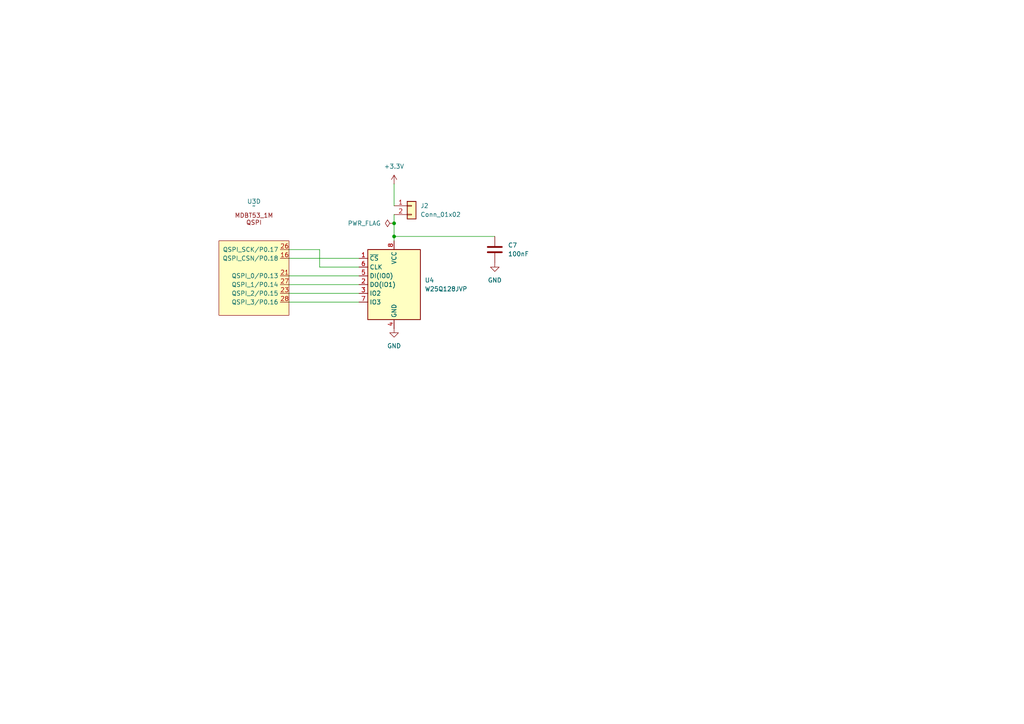
<source format=kicad_sch>
(kicad_sch (version 20231120) (generator "eeschema") (generator_version "8.0")
  (paper "A4")
  (lib_symbols
    (symbol "Connector_Generic:Conn_01x02" (pin_names (offset 1.016) hide)
      (property "Reference" "J" (at 0 2.54 0))
      (property "Value" "Conn_01x02" (at 0 -5.08 0))
      (symbol "Conn_01x02_1_1"
        (rectangle (start -1.27 -2.413) (end 0 -2.667) (stroke (width 0.1524)))
        (rectangle (start -1.27 0.127) (end 0 -0.127) (stroke (width 0.1524)))
        (rectangle (start -1.27 1.27) (end 1.27 -3.81) (stroke (width 0.254)) (fill (type background)))
        (pin passive line (at -5.08 0 0) (length 3.81) (name "Pin_1") (number "1"))
        (pin passive line (at -5.08 -2.54 0) (length 3.81) (name "Pin_2") (number "2"))
      )
    )
    (symbol "David Brown Keyboard Parts:MDBT53_1M"
      (property "Reference" "U" (at 0 37.592 0))
      (symbol "MDBT53_1M_1_1"
        (rectangle (start -8.89 12.7) (end 11.43 -12.7) (fill (type background)))
        (text "MDBT53_1M\nPOWER" (at 0 2.032 0) (effects (font (size 1.27 1.27))))
        (pin power_in line (at -5.08 -15.24 90) (length 2.54) (name "GND1") (number "1"))
        (pin power_in line (at -2.54 -15.24 90) (length 2.54) (name "GND2") (number "24"))
        (pin power_in line (at -3.81 15.24 270) (length 2.54) (name "VDD") (number "38"))
        (pin power_in line (at 0 15.24 270) (length 2.54) (name "DCCH") (number "40"))
        (pin power_in line (at 3.81 15.24 270) (length 2.54) (name "VDDH") (number "41"))
        (pin power_in line (at 0 -15.24 90) (length 2.54) (name "GND3") (number "42"))
        (pin bidirectional line (at 13.97 5.08 180) (length 2.54) (name "DCCD") (number "50"))
        (pin bidirectional line (at 13.97 2.54 180) (length 2.54) (name "DECD") (number "52"))
        (pin bidirectional line (at 13.97 -2.54 180) (length 2.54) (name "DCC") (number "54"))
        (pin bidirectional line (at 13.97 -5.08 180) (length 2.54) (name "DECR") (number "58"))
        (pin power_in line (at 2.54 -15.24 90) (length 2.54) (name "GND4") (number "61"))
      )
      (symbol "MDBT53_1M_2_1"
        (rectangle (start -6.35 5.08) (end 6.35 -2.54) (fill (type background)))
        (text "MDBG53_1V_Clock\n" (at 0 10.414 0) (effects (font (size 1.27 1.27))))
        (pin bidirectional line (at -8.89 2.54 0) (length 2.54) (name "XL1/P0.00") (number "34"))
        (pin bidirectional line (at -8.89 0 0) (length 2.54) (name "XL2/P0.01") (number "36"))
      )
      (symbol "MDBT53_1M_3_1"
        (rectangle (start -8.89 12.7) (end 10.16 -12.7) (fill (type background)))
        (text "MDBT53_1M\nSWD" (at 0 6.604 0) (effects (font (size 1.27 1.27))))
        (pin power_in line (at 0 -15.24 90) (length 2.54) (name "GND1") (number "1"))
        (pin output line (at 12.7 -2.54 180) (length 2.54) (name "TRACEDATA0/P0.11") (number "17"))
        (pin input line (at 12.7 2.54 180) (length 2.54) (name "SWDCLK") (number "2"))
        (pin bidirectional line (at 12.7 0 180) (length 2.54) (name "SWDIO") (number "4"))
        (pin input line (at -11.43 0 0) (length 2.54) (name "RESET") (number "6"))
      )
      (symbol "MDBT53_1M_4_1"
        (rectangle (start -10.16 10.16) (end 10.16 -11.43) (fill (type background)))
        (text "MDBT53_1M\nQSPI" (at 0 16.51 0) (effects (font (size 1.27 1.27))))
        (pin output line (at 10.16 5.08 180) (length 2.54) (name "QSPI_CSN/P0.18") (number "16"))
        (pin output line (at 10.16 0 180) (length 2.54) (name "QSPI_0/P0.13") (number "21"))
        (pin output line (at 10.16 -5.08 180) (length 2.54) (name "QSPI_2/P0.15") (number "23"))
        (pin output line (at 10.16 7.62 180) (length 2.54) (name "QSPI_SCK/P0.17") (number "26"))
        (pin output line (at 10.16 -2.54 180) (length 2.54) (name "QSPI_1/P0.14") (number "27"))
        (pin output line (at 10.16 -7.62 180) (length 2.54) (name "QSPI_3/P0.16") (number "28"))
      )
      (symbol "MDBT53_1M_5_0"
        (pin bidirectional line (at 12.7 -20.32 180) (length 2.54) (name "P0.21") (number "12"))
        (pin bidirectional line (at 12.7 -17.78 180) (length 2.54) (name "P0.20") (number "13"))
        (pin bidirectional line (at 12.7 -15.24 180) (length 2.54) (name "P0.19") (number "14"))
        (pin bidirectional line (at 12.7 2.54 180) (length 2.54) (name "P0.12") (number "15"))
        (pin bidirectional line (at 12.7 7.62 180) (length 2.54) (name "P0.10") (number "18"))
        (pin bidirectional line (at 12.7 10.16 180) (length 2.54) (name "P0.09") (number "19"))
        (pin bidirectional line (at 12.7 -22.86 180) (length 2.54) (name "P0.22") (number "25"))
        (pin bidirectional line (at 12.7 12.7 180) (length 2.54) (name "P0.08") (number "29"))
        (pin bidirectional line (at 12.7 25.4 180) (length 2.54) (name "P0.03") (number "30"))
        (pin bidirectional line (at 12.7 27.94 180) (length 2.54) (name "P0.02") (number "32"))
        (pin bidirectional line (at 12.7 -45.72 180) (length 2.54) (name "P0.31") (number "56"))
        (pin bidirectional line (at 12.7 -43.18 180) (length 2.54) (name "P0.30") (number "57"))
        (pin bidirectional line (at 12.7 -25.4 180) (length 2.54) (name "P0.23") (number "62"))
        (pin bidirectional line (at 12.7 -40.64 180) (length 2.54) (name "P0.29") (number "65"))
        (pin bidirectional line (at 12.7 -27.94 180) (length 2.54) (name "P0.24") (number "8"))
      )
      (symbol "MDBT53_1M_5_1"
        (rectangle (start -10.16 35.56) (end 10.16 -48.26) (fill (type background)))
        (text "MDBT53_1M\nGPIO0" (at 0.254 41.148 0) (effects (font (size 1.27 1.27))))
        (text "P0.00 Unit B\nP0.01 Unit B" (at 2.54 31.75 0) (effects (font (size 1.27 1.27))))
        (text "P0.04 Unit G\nP0.05 Unit G\nP0.06 Unit G\nP0.07 Unit G" (at 2.54 19.304 0) (effects (font (size 1.27 1.27))))
        (text "P0.11 Unit C" (at 3.048 5.08 0) (effects (font (size 1.27 1.27))))
        (text "P0.13 Unit D\nP0.14 Unit D\nP0.15 Unit D\nP0.16 Unit D\nP0.17 Unit D\nP0.18 Unit D" (at 2.794 -7.62 0) (effects (font (size 1.27 1.27))))
        (text "P0.25 Unit G\nP0.26 Unit G\nP0.27 Unit G\nP0.28 Unit G" (at 3.048 -34.29 0) (effects (font (size 1.27 1.27))))
      )
      (symbol "MDBT53_1M_6_0"
        (pin bidirectional line (at 12.7 2.54 180) (length 2.54) (name "P1.06") (number "10"))
        (pin bidirectional line (at 12.7 7.62 180) (length 2.54) (name "P1.04") (number "11"))
        (pin bidirectional line (at 12.7 5.08 180) (length 2.54) (name "P1.05") (number "22"))
        (pin bidirectional line (at 12.7 -2.54 180) (length 2.54) (name "P1.08") (number "3"))
        (pin bidirectional line (at 12.7 10.16 180) (length 2.54) (name "P1.03") (number "31"))
        (pin bidirectional line (at 12.7 12.7 180) (length 2.54) (name "P1.02") (number "33"))
        (pin bidirectional line (at 12.7 15.24 180) (length 2.54) (name "P1.01") (number "43"))
        (pin bidirectional line (at 12.7 17.78 180) (length 2.54) (name "P1.00") (number "45"))
        (pin bidirectional line (at 12.7 -20.32 180) (length 2.54) (name "P1.15") (number "47"))
        (pin bidirectional line (at 12.7 -17.78 180) (length 2.54) (name "P1.14") (number "49"))
        (pin bidirectional line (at 12.7 -15.24 180) (length 2.54) (name "P1.13") (number "51"))
        (pin bidirectional line (at 12.7 -12.7 180) (length 2.54) (name "P1.12") (number "53"))
        (pin bidirectional line (at 12.7 -10.16 180) (length 2.54) (name "P1.11") (number "55"))
        (pin bidirectional line (at 12.7 -7.62 180) (length 2.54) (name "P1.10") (number "59"))
        (pin bidirectional line (at 12.7 0 180) (length 2.54) (name "P1.07") (number "63"))
        (pin bidirectional line (at 12.7 -5.08 180) (length 2.54) (name "P1.09") (number "64"))
      )
      (symbol "MDBT53_1M_6_1"
        (rectangle (start -10.16 20.32) (end 10.16 -22.86) (fill (type background)))
        (text "MDBT53_1M\nGPIO1" (at 0.508 27.686 0) (effects (font (size 1.27 1.27))))
      )
      (symbol "MDBT53_1M_7_0"
        (pin input line (at -12.7 0 0) (length 2.54) (name "AIN3/P0.07") (number "20"))
        (pin input line (at -12.7 2.54 0) (length 2.54) (name "AIN2/P0.06") (number "35"))
        (pin input line (at -12.7 7.62 0) (length 2.54) (name "AIN0/P0.04") (number "37"))
        (pin input line (at -12.7 5.08 0) (length 2.54) (name "AIN1/P0.05") (number "39"))
        (pin input line (at -12.7 -7.62 0) (length 2.54) (name "AIN6/P0.27") (number "5"))
        (pin input line (at -12.7 -10.16 0) (length 2.54) (name "AIN7/P0.28") (number "60"))
        (pin input line (at -12.7 -5.08 0) (length 2.54) (name "AIN5/P0.26") (number "7"))
        (pin input line (at -12.7 -2.54 0) (length 2.54) (name "AIN4/P0.25") (number "9"))
      )
      (symbol "MDBT53_1M_7_1"
        (rectangle (start -10.16 10.16) (end 10.16 -12.7) (fill (type background)))
        (text "MDBT53_1M\nAIN" (at -0.254 16.256 0) (effects (font (size 1.27 1.27))))
      )
      (symbol "MDBT53_1M_8_0"
        (pin power_out line (at 0 8.89 270) (length 2.54) (name "VBUS") (number "44"))
        (pin input line (at 7.62 0 180) (length 2.54) (name "D+") (number "46"))
        (pin input line (at 7.62 -2.54 180) (length 2.54) (name "D-") (number "48"))
      )
      (symbol "MDBT53_1M_8_1"
        (rectangle (start -5.08 6.35) (end 5.08 -6.35) (fill (type background)))
        (text "MDBT53_1M\nUSB" (at 0.254 -11.176 0) (effects (font (size 1.27 1.27))))
      )
    )
    (symbol "Device:C" (pin_numbers hide) (pin_names (offset 0.254))
      (property "Reference" "C" (at 0.635 2.54 0))
      (property "Value" "C" (at 0.635 -2.54 0))
      (symbol "C_0_1"
        (polyline (pts (xy -2.032 -0.762) (xy 2.032 -0.762)) (stroke (width 0.508)))
        (polyline (pts (xy -2.032 0.762) (xy 2.032 0.762)) (stroke (width 0.508)))
      )
      (symbol "C_1_1"
        (pin passive line (at 0 3.81 270) (length 2.794) (name "~") (number "1"))
        (pin passive line (at 0 -3.81 90) (length 2.794) (name "~") (number "2"))
      )
    )
    (symbol "Memory_Flash:W25Q128JVP"
      (property "Reference" "U" (at -6.35 11.43 0))
      (property "Value" "W25Q128JVP" (at 7.62 11.43 0))
      (symbol "W25Q128JVP_0_1"
        (rectangle (start -7.62 10.16) (end 7.62 -10.16) (stroke (width 0.254)) (fill (type background)))
      )
      (symbol "W25Q128JVP_1_1"
        (pin input line (at -10.16 7.62 0) (length 2.54) (name "~{CS}") (number "1"))
        (pin bidirectional line (at -10.16 0 0) (length 2.54) (name "DO(IO1)") (number "2"))
        (pin bidirectional line (at -10.16 -2.54 0) (length 2.54) (name "IO2") (number "3"))
        (pin power_in line (at 0 -12.7 90) (length 2.54) (name "GND") (number "4"))
        (pin bidirectional line (at -10.16 2.54 0) (length 2.54) (name "DI(IO0)") (number "5"))
        (pin input line (at -10.16 5.08 0) (length 2.54) (name "CLK") (number "6"))
        (pin bidirectional line (at -10.16 -5.08 0) (length 2.54) (name "IO3") (number "7"))
        (pin power_in line (at 0 12.7 270) (length 2.54) (name "VCC") (number "8"))
      )
    )
    (symbol "power:+3.3V" (power) (pin_numbers hide) (pin_names (offset 0) hide)
      (property "Value" "+3.3V" (at 0 3.556 0))
      (symbol "+3.3V_0_1"
        (polyline (pts (xy -0.762 1.27) (xy 0 2.54)))
        (polyline (pts (xy 0 0) (xy 0 2.54)))
        (polyline (pts (xy 0 2.54) (xy 0.762 1.27)))
      )
      (symbol "+3.3V_1_1"
        (pin power_in line (at 0 0 90) (length 0) (name "~") (number "1"))
      )
    )
    (symbol "power:GND" (power) (pin_numbers hide) (pin_names (offset 0) hide)
      (property "Value" "GND" (at 0 -3.81 0))
      (symbol "GND_0_1"
        (polyline (pts (xy 0 0) (xy 0 -1.27) (xy 1.27 -1.27) (xy 0 -2.54) (xy -1.27 -1.27) (xy 0 -1.27)))
      )
      (symbol "GND_1_1"
        (pin power_in line (at 0 0 270) (length 0) (name "~") (number "1"))
      )
    )
    (symbol "power:PWR_FLAG" (power) (pin_numbers hide) (pin_names (offset 0) hide)
      (property "Value" "PWR_FLAG" (at 0 3.81 0))
      (symbol "PWR_FLAG_0_0"
        (pin power_out line (at 0 0 90) (length 0) (name "~") (number "1"))
      )
      (symbol "PWR_FLAG_0_1"
        (polyline (pts (xy 0 0) (xy 0 1.27) (xy -1.016 1.905) (xy 0 2.54) (xy 1.016 1.905) (xy 0 1.27)))
      )
    )
  )
  (junction (at 114.3 68.58))
  (junction (at 114.3 64.77))
  (wire (pts (xy 92.71 72.39) (xy 92.71 77.47)))
  (wire (pts (xy 114.3 53.34) (xy 114.3 59.69)))
  (wire (pts (xy 114.3 64.77) (xy 114.3 68.58)))
  (wire (pts (xy 92.71 77.47) (xy 104.14 77.47)))
  (wire (pts (xy 114.3 68.58) (xy 143.51 68.58)))
  (wire (pts (xy 83.82 87.63) (xy 104.14 87.63)))
  (wire (pts (xy 114.3 62.23) (xy 114.3 64.77)))
  (wire (pts (xy 83.82 72.39) (xy 92.71 72.39)))
  (wire (pts (xy 83.82 82.55) (xy 104.14 82.55)))
  (wire (pts (xy 114.3 68.58) (xy 114.3 69.85)))
  (wire (pts (xy 83.82 85.09) (xy 104.14 85.09)))
  (wire (pts (xy 83.82 74.93) (xy 104.14 74.93)))
  (wire (pts (xy 83.82 80.01) (xy 104.14 80.01)))
  (symbol (lib_id "Connector_Generic:Conn_01x02") (at 119.38 59.69 0) (unit 1)
    (property "Reference" "J2" (at 121.92 59.6899 0) (effects (justify left)))
    (property "Value" "Conn_01x02" (at 121.92 62.2299 0) (effects (justify left)))
    (property "Footprint" "Connector_PinHeader_2.54mm:PinHeader_1x02_P2.54mm_Vertical" (effects (hide yes)))
    (property "Description" "Generic connector, single row, 01x02, script generated (kicad-library-utils/schlib/autogen/connector/)" (effects (hide yes)))
  )
  (symbol (lib_id "David Brown Keyboard Parts:MDBT53_1M") (at 73.66 80.01 0) (unit 4)
    (property "Reference" "U3" (at 73.66 58.42 0))
    (property "Value" "~" (at 73.66 59.69 0))
    (property "Footprint" "davidb-keyboard-foot:MDBT53_1M" (effects (hide yes)))
  )
  (symbol (lib_id "power:PWR_FLAG") (at 114.3 64.77 90) (unit 1)
    (property "Reference" "#FLG08" (effects (hide yes)))
    (property "Value" "PWR_FLAG" (at 110.49 64.7699 90) (effects (justify left)))
    (property "Description" "Special symbol for telling ERC where power comes from" (effects (hide yes)))
  )
  (symbol (lib_id "power:GND") (at 114.3 95.25 0) (unit 1)
    (property "Reference" "#PWR020" (effects (hide yes)))
    (property "Value" "GND" (at 114.3 100.33 0))
    (property "Description" "Power symbol creates a global label with name \"GND\" , ground" (effects (hide yes)))
  )
  (symbol (lib_id "Device:C") (at 143.51 72.39 0) (unit 1)
    (property "Reference" "C7" (at 147.32 71.1199 0) (effects (justify left)))
    (property "Value" "100nF" (at 147.32 73.6599 0) (effects (justify left)))
    (property "Footprint" "Capacitor_SMD:C_0603_1608Metric" (effects (hide yes)))
    (property "Description" "Unpolarized capacitor" (effects (hide yes)))
  )
  (symbol (lib_id "power:GND") (at 143.51 76.2 0) (unit 1)
    (property "Reference" "#PWR022" (effects (hide yes)))
    (property "Value" "GND" (at 143.51 81.28 0))
    (property "Description" "Power symbol creates a global label with name \"GND\" , ground" (effects (hide yes)))
  )
  (symbol (lib_id "Memory_Flash:W25Q128JVP") (at 114.3 82.55 0) (unit 1)
    (property "Reference" "U4" (at 123.19 81.2799 0) (effects (justify left)))
    (property "Value" "W25Q128JVP" (at 123.19 83.8199 0) (effects (justify left)))
    (property "Footprint" "Package_SON:WSON-8-1EP_6x5mm_P1.27mm_EP3.4x4.3mm" (effects (hide yes)))
    (property "Datasheet" "https://www.winbond.com/resource-files/w25q128jv_dtr%20revc%2003272018%20plus.pdf" (effects (hide yes)))
    (property "Description" "128Mb Serial Flash Memory, Standard/Dual/Quad SPI, WSON-8" (effects (hide yes)))
  )
  (symbol (lib_id "power:+3.3V") (at 114.3 53.34 0) (unit 1)
    (property "Reference" "#PWR021" (effects (hide yes)))
    (property "Value" "+3.3V" (at 114.3 48.26 0))
    (property "Description" "Power symbol creates a global label with name \"+3.3V\"" (effects (hide yes)))
  )
)
</source>
